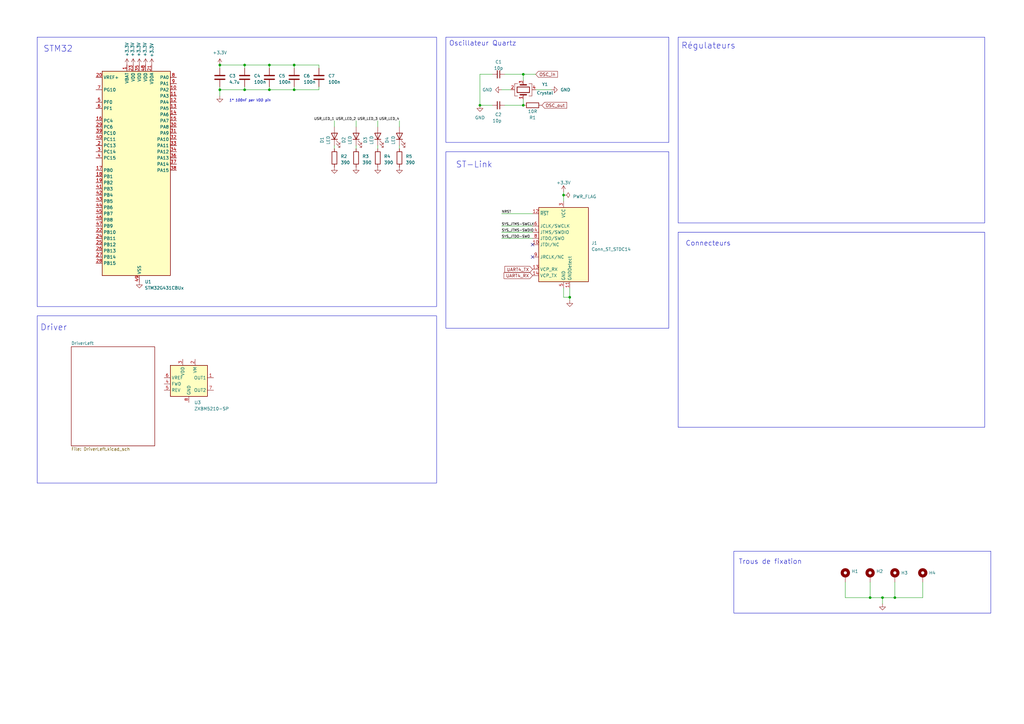
<source format=kicad_sch>
(kicad_sch (version 20231120) (generator "eeschema") (generator_version "8.0")
  (paper "A3")
  (lib_symbols
    (symbol "+3.3V_1" (power) (pin_numbers hide) (pin_names (offset 0) hide)
      (property "Value" "+3.3V" (at 0 3.556 0))
      (symbol "+3.3V_1_0_1"
        (polyline (pts (xy -0.762 1.27) (xy 0 2.54)))
        (polyline (pts (xy 0 0) (xy 0 2.54)))
        (polyline (pts (xy 0 2.54) (xy 0.762 1.27)))
      )
      (symbol "+3.3V_1_1_1"
        (pin power_in line (at 0 0 90) (length 0) (name "~") (number "1"))
      )
    )
    (symbol "Connector:Conn_ST_STDC14"
      (property "Reference" "J" (at -8.89 16.51 0))
      (property "Value" "Conn_ST_STDC14" (at 17.78 16.51 0))
      (symbol "Conn_ST_STDC14_0_1"
        (rectangle (start -10.16 15.24) (end 10.16 -15.24) (stroke (width 0.254)) (fill (type background)))
      )
      (symbol "Conn_ST_STDC14_1_1"
        (pin no_connect line (at -10.16 5.08 0) (length 2.54) hide (name "NC") (number "1"))
        (pin output line (at 12.7 0 180) (length 2.54) (name "JTDI/NC") (number "10"))
        (pin passive line (at -2.54 -17.78 90) (length 2.54) (name "GNDDetect") (number "11"))
        (pin open_collector line (at 12.7 12.7 180) (length 2.54) (name "~{RST}") (number "12"))
        (pin output line (at 12.7 -10.16 180) (length 2.54) (name "VCP_RX") (number "13"))
        (pin input line (at 12.7 -12.7 180) (length 2.54) (name "VCP_TX") (number "14"))
        (pin no_connect line (at -10.16 2.54 0) (length 2.54) hide (name "NC") (number "2"))
        (pin power_in line (at 0 17.78 270) (length 2.54) (name "VCC") (number "3"))
        (pin bidirectional line (at 12.7 5.08 180) (length 2.54) (name "JTMS/SWDIO") (number "4"))
        (pin power_in line (at 0 -17.78 90) (length 2.54) (name "GND") (number "5"))
        (pin output line (at 12.7 7.62 180) (length 2.54) (name "JCLK/SWCLK") (number "6"))
        (pin passive line (at 0 -17.78 90) (length 2.54) hide (name "GND") (number "7"))
        (pin input line (at 12.7 2.54 180) (length 2.54) (name "JTDO/SWO") (number "8"))
        (pin input line (at 12.7 -5.08 180) (length 2.54) (name "JRCLK/NC") (number "9"))
      )
    )
    (symbol "Device:C" (pin_numbers hide) (pin_names (offset 0.254))
      (property "Reference" "C" (at 0.635 2.54 0))
      (property "Value" "C" (at 0.635 -2.54 0))
      (symbol "C_0_1"
        (polyline (pts (xy -2.032 -0.762) (xy 2.032 -0.762)) (stroke (width 0.508)))
        (polyline (pts (xy -2.032 0.762) (xy 2.032 0.762)) (stroke (width 0.508)))
      )
      (symbol "C_1_1"
        (pin passive line (at 0 3.81 270) (length 2.794) (name "~") (number "1"))
        (pin passive line (at 0 -3.81 90) (length 2.794) (name "~") (number "2"))
      )
    )
    (symbol "Device:C_Small" (pin_numbers hide) (pin_names (offset 0.254) hide)
      (property "Reference" "C" (at 0.254 1.778 0))
      (property "Value" "C_Small" (at 0.254 -2.032 0))
      (symbol "C_Small_0_1"
        (polyline (pts (xy -1.524 -0.508) (xy 1.524 -0.508)) (stroke (width 0.3302)))
        (polyline (pts (xy -1.524 0.508) (xy 1.524 0.508)) (stroke (width 0.3048)))
      )
      (symbol "C_Small_1_1"
        (pin passive line (at 0 2.54 270) (length 2.032) (name "~") (number "1"))
        (pin passive line (at 0 -2.54 90) (length 2.032) (name "~") (number "2"))
      )
    )
    (symbol "Device:Crystal_GND24" (pin_names (offset 1.016) hide)
      (property "Reference" "Y" (at 3.175 5.08 0))
      (property "Value" "Crystal_GND24" (at 3.175 3.175 0))
      (symbol "Crystal_GND24_0_1"
        (rectangle (start -1.143 2.54) (end 1.143 -2.54) (stroke (width 0.3048)))
        (polyline (pts (xy -2.54 0) (xy -2.032 0)))
        (polyline (pts (xy -2.032 -1.27) (xy -2.032 1.27)) (stroke (width 0.508)))
        (polyline (pts (xy 0 -3.81) (xy 0 -3.556)))
        (polyline (pts (xy 0 3.556) (xy 0 3.81)))
        (polyline (pts (xy 2.032 -1.27) (xy 2.032 1.27)) (stroke (width 0.508)))
        (polyline (pts (xy 2.032 0) (xy 2.54 0)))
        (polyline (pts (xy -2.54 -2.286) (xy -2.54 -3.556) (xy 2.54 -3.556) (xy 2.54 -2.286)))
        (polyline (pts (xy -2.54 2.286) (xy -2.54 3.556) (xy 2.54 3.556) (xy 2.54 2.286)))
      )
      (symbol "Crystal_GND24_1_1"
        (pin passive line (at -3.81 0 0) (length 1.27) (name "1") (number "1"))
        (pin passive line (at 0 5.08 270) (length 1.27) (name "2") (number "2"))
        (pin passive line (at 3.81 0 180) (length 1.27) (name "3") (number "3"))
        (pin passive line (at 0 -5.08 90) (length 1.27) (name "4") (number "4"))
      )
    )
    (symbol "Device:LED" (pin_numbers hide) (pin_names (offset 1.016) hide)
      (property "Reference" "D" (at 0 2.54 0))
      (property "Value" "LED" (at 0 -2.54 0))
      (symbol "LED_0_1"
        (polyline (pts (xy -1.27 -1.27) (xy -1.27 1.27)) (stroke (width 0.254)))
        (polyline (pts (xy -1.27 0) (xy 1.27 0)))
        (polyline (pts (xy 1.27 -1.27) (xy 1.27 1.27) (xy -1.27 0) (xy 1.27 -1.27)) (stroke (width 0.254)))
        (polyline (pts (xy -3.048 -0.762) (xy -4.572 -2.286) (xy -3.81 -2.286) (xy -4.572 -2.286) (xy -4.572 -1.524)))
        (polyline (pts (xy -1.778 -0.762) (xy -3.302 -2.286) (xy -2.54 -2.286) (xy -3.302 -2.286) (xy -3.302 -1.524)))
      )
      (symbol "LED_1_1"
        (pin passive line (at -3.81 0 0) (length 2.54) (name "K") (number "1"))
        (pin passive line (at 3.81 0 180) (length 2.54) (name "A") (number "2"))
      )
    )
    (symbol "Device:R" (pin_numbers hide) (pin_names (offset 0))
      (property "Reference" "R" (at 2.032 0 90))
      (property "Value" "R" (at 0 0 90))
      (symbol "R_0_1"
        (rectangle (start -1.016 -2.54) (end 1.016 2.54) (stroke (width 0.254)))
      )
      (symbol "R_1_1"
        (pin passive line (at 0 3.81 270) (length 1.27) (name "~") (number "1"))
        (pin passive line (at 0 -3.81 90) (length 1.27) (name "~") (number "2"))
      )
    )
    (symbol "Driver_Motor:ZXBM5210-SP"
      (property "Reference" "U" (at -7.62 8.89 0))
      (property "Value" "ZXBM5210-SP" (at 10.16 8.89 0))
      (symbol "ZXBM5210-SP_0_0"
        (pin output line (at 10.16 2.54 180) (length 2.54) (name "OUT1") (number "1"))
        (pin power_in line (at 2.54 10.16 270) (length 2.54) (name "VM") (number "2"))
        (pin power_in line (at -2.54 10.16 270) (length 2.54) (name "VDD") (number "3"))
        (pin input line (at -10.16 0 0) (length 2.54) (name "FWD") (number "4"))
        (pin input line (at -10.16 -2.54 0) (length 2.54) (name "REV") (number "5"))
        (pin input line (at -10.16 2.54 0) (length 2.54) (name "VREF") (number "6"))
        (pin output line (at 10.16 -2.54 180) (length 2.54) (name "OUT2") (number "7"))
        (pin power_in line (at 0 -7.62 90) (length 2.54) (name "GND") (number "8"))
        (pin passive line (at 0 -7.62 90) (length 2.54) hide (name "GND") (number "9"))
      )
      (symbol "ZXBM5210-SP_0_1"
        (rectangle (start -7.62 7.62) (end 7.62 -5.08) (stroke (width 0.254)) (fill (type background)))
      )
    )
    (symbol "MCU_ST_STM32G4:STM32G431CBUx"
      (property "Reference" "U" (at -12.7 44.45 0))
      (property "Value" "STM32G431CBUx" (at 10.16 44.45 0))
      (symbol "STM32G431CBUx_0_1"
        (rectangle (start -12.7 -40.64) (end 15.24 43.18) (stroke (width 0.254)) (fill (type background)))
      )
      (symbol "STM32G431CBUx_1_1"
        (pin power_in line (at -2.54 45.72 270) (length 2.54) (name "VBAT") (number "1"))
        (pin bidirectional line (at 17.78 35.56 180) (length 2.54) (name "PA2") (number "10"))
        (pin bidirectional line (at 17.78 33.02 180) (length 2.54) (name "PA3") (number "11"))
        (pin bidirectional line (at 17.78 30.48 180) (length 2.54) (name "PA4") (number "12"))
        (pin bidirectional line (at 17.78 27.94 180) (length 2.54) (name "PA5") (number "13"))
        (pin bidirectional line (at 17.78 25.4 180) (length 2.54) (name "PA6") (number "14"))
        (pin bidirectional line (at 17.78 22.86 180) (length 2.54) (name "PA7") (number "15"))
        (pin bidirectional line (at -15.24 22.86 0) (length 2.54) (name "PC4") (number "16"))
        (pin bidirectional line (at -15.24 2.54 0) (length 2.54) (name "PB0") (number "17"))
        (pin bidirectional line (at -15.24 0 0) (length 2.54) (name "PB1") (number "18"))
        (pin bidirectional line (at -15.24 -2.54 0) (length 2.54) (name "PB2") (number "19"))
        (pin bidirectional line (at -15.24 12.7 0) (length 2.54) (name "PC13") (number "2"))
        (pin input line (at -15.24 40.64 0) (length 2.54) (name "VREF+") (number "20"))
        (pin power_in line (at 7.62 45.72 270) (length 2.54) (name "VDDA") (number "21"))
        (pin bidirectional line (at -15.24 -22.86 0) (length 2.54) (name "PB10") (number "22"))
        (pin power_in line (at 0 45.72 270) (length 2.54) (name "VDD") (number "23"))
        (pin bidirectional line (at -15.24 -25.4 0) (length 2.54) (name "PB11") (number "24"))
        (pin bidirectional line (at -15.24 -27.94 0) (length 2.54) (name "PB12") (number "25"))
        (pin bidirectional line (at -15.24 -30.48 0) (length 2.54) (name "PB13") (number "26"))
        (pin bidirectional line (at -15.24 -33.02 0) (length 2.54) (name "PB14") (number "27"))
        (pin bidirectional line (at -15.24 -35.56 0) (length 2.54) (name "PB15") (number "28"))
        (pin bidirectional line (at -15.24 20.32 0) (length 2.54) (name "PC6") (number "29"))
        (pin bidirectional line (at -15.24 10.16 0) (length 2.54) (name "PC14") (number "3"))
        (pin bidirectional line (at 17.78 20.32 180) (length 2.54) (name "PA8") (number "30"))
        (pin bidirectional line (at 17.78 17.78 180) (length 2.54) (name "PA9") (number "31"))
        (pin bidirectional line (at 17.78 15.24 180) (length 2.54) (name "PA10") (number "32"))
        (pin bidirectional line (at 17.78 12.7 180) (length 2.54) (name "PA11") (number "33"))
        (pin bidirectional line (at 17.78 10.16 180) (length 2.54) (name "PA12") (number "34"))
        (pin power_in line (at 2.54 45.72 270) (length 2.54) (name "VDD") (number "35"))
        (pin bidirectional line (at 17.78 7.62 180) (length 2.54) (name "PA13") (number "36"))
        (pin bidirectional line (at 17.78 5.08 180) (length 2.54) (name "PA14") (number "37"))
        (pin bidirectional line (at 17.78 2.54 180) (length 2.54) (name "PA15") (number "38"))
        (pin bidirectional line (at -15.24 17.78 0) (length 2.54) (name "PC10") (number "39"))
        (pin bidirectional line (at -15.24 7.62 0) (length 2.54) (name "PC15") (number "4"))
        (pin bidirectional line (at -15.24 15.24 0) (length 2.54) (name "PC11") (number "40"))
        (pin bidirectional line (at -15.24 -5.08 0) (length 2.54) (name "PB3") (number "41"))
        (pin bidirectional line (at -15.24 -7.62 0) (length 2.54) (name "PB4") (number "42"))
        (pin bidirectional line (at -15.24 -10.16 0) (length 2.54) (name "PB5") (number "43"))
        (pin bidirectional line (at -15.24 -12.7 0) (length 2.54) (name "PB6") (number "44"))
        (pin bidirectional line (at -15.24 -15.24 0) (length 2.54) (name "PB7") (number "45"))
        (pin bidirectional line (at -15.24 -17.78 0) (length 2.54) (name "PB8") (number "46"))
        (pin bidirectional line (at -15.24 -20.32 0) (length 2.54) (name "PB9") (number "47"))
        (pin power_in line (at 5.08 45.72 270) (length 2.54) (name "VDD") (number "48"))
        (pin power_in line (at 2.54 -43.18 90) (length 2.54) (name "VSS") (number "49"))
        (pin bidirectional line (at -15.24 30.48 0) (length 2.54) (name "PF0") (number "5"))
        (pin bidirectional line (at -15.24 27.94 0) (length 2.54) (name "PF1") (number "6"))
        (pin bidirectional line (at -15.24 35.56 0) (length 2.54) (name "PG10") (number "7"))
        (pin bidirectional line (at 17.78 40.64 180) (length 2.54) (name "PA0") (number "8"))
        (pin bidirectional line (at 17.78 38.1 180) (length 2.54) (name "PA1") (number "9"))
      )
    )
    (symbol "Mechanical:MountingHole_Pad" (pin_numbers hide) (pin_names (offset 1.016) hide)
      (property "Reference" "H" (at 0 6.35 0))
      (property "Value" "MountingHole_Pad" (at 0 4.445 0))
      (symbol "MountingHole_Pad_0_1"
        (circle (center 0 1.27) (radius 1.27) (stroke (width 1.27)))
      )
      (symbol "MountingHole_Pad_1_1"
        (pin input line (at 0 -2.54 90) (length 2.54) (name "1") (number "1"))
      )
    )
    (symbol "power:+3.3V" (power) (pin_names (offset 0))
      (property "Value" "+3.3V" (at 0 3.556 0))
      (symbol "+3.3V_0_1"
        (polyline (pts (xy -0.762 1.27) (xy 0 2.54)))
        (polyline (pts (xy 0 0) (xy 0 2.54)))
        (polyline (pts (xy 0 2.54) (xy 0.762 1.27)))
      )
      (symbol "+3.3V_1_1"
        (pin power_in line (at 0 0 90) (length 0) hide (name "+3.3V") (number "1"))
      )
    )
    (symbol "power:GND" (power) (pin_names (offset 0))
      (property "Value" "GND" (at 0 -3.81 0))
      (symbol "GND_0_1"
        (polyline (pts (xy 0 0) (xy 0 -1.27) (xy 1.27 -1.27) (xy 0 -2.54) (xy -1.27 -1.27) (xy 0 -1.27)))
      )
      (symbol "GND_1_1"
        (pin power_in line (at 0 0 270) (length 0) hide (name "GND") (number "1"))
      )
    )
    (symbol "power:PWR_FLAG" (power) (pin_numbers hide) (pin_names (offset 0) hide)
      (property "Value" "PWR_FLAG" (at 0 3.81 0))
      (symbol "PWR_FLAG_0_0"
        (pin power_out line (at 0 0 90) (length 0) (name "pwr") (number "1"))
      )
      (symbol "PWR_FLAG_0_1"
        (polyline (pts (xy 0 0) (xy 0 1.27) (xy -1.016 1.905) (xy 0 2.54) (xy 1.016 1.905) (xy 0 1.27)))
      )
    )
  )
  (junction (at 110.49 26.67))
  (junction (at 361.95 245.11))
  (junction (at 214.63 30.48))
  (junction (at 196.85 43.18))
  (junction (at 214.63 43.18))
  (junction (at 90.17 36.83))
  (junction (at 233.68 121.92))
  (junction (at 231.14 80.01))
  (junction (at 110.49 36.83))
  (junction (at 100.33 36.83))
  (junction (at 367.03 245.11))
  (junction (at 120.65 36.83))
  (junction (at 100.33 26.67))
  (junction (at 90.17 26.67))
  (junction (at 120.65 26.67))
  (junction (at 356.87 245.11))
  (no_connect (at 218.44 105.41))
  (no_connect (at 218.44 100.33))
  (wire (pts (xy 146.05 52.07) (xy 146.05 49.53)))
  (wire (pts (xy 130.81 27.94) (xy 130.81 26.67)))
  (wire (pts (xy 196.85 30.48) (xy 196.85 43.18)))
  (wire (pts (xy 154.94 52.07) (xy 154.94 49.53)))
  (wire (pts (xy 130.81 35.56) (xy 130.81 36.83)))
  (wire (pts (xy 219.71 36.83) (xy 226.06 36.83)))
  (wire (pts (xy 231.14 121.92) (xy 233.68 121.92)))
  (wire (pts (xy 233.68 123.19) (xy 233.68 121.92)))
  (wire (pts (xy 201.93 30.48) (xy 196.85 30.48)))
  (wire (pts (xy 137.16 59.69) (xy 137.16 60.96)))
  (wire (pts (xy 207.01 30.48) (xy 214.63 30.48)))
  (wire (pts (xy 356.87 245.11) (xy 361.95 245.11)))
  (wire (pts (xy 346.71 245.11) (xy 356.87 245.11)))
  (wire (pts (xy 120.65 35.56) (xy 120.65 36.83)))
  (wire (pts (xy 110.49 36.83) (xy 110.49 35.56)))
  (wire (pts (xy 356.87 238.76) (xy 356.87 245.11)))
  (wire (pts (xy 205.74 87.63) (xy 218.44 87.63)))
  (wire (pts (xy 214.63 30.48) (xy 219.71 30.48)))
  (wire (pts (xy 120.65 36.83) (xy 130.81 36.83)))
  (wire (pts (xy 100.33 26.67) (xy 100.33 27.94)))
  (wire (pts (xy 100.33 36.83) (xy 110.49 36.83)))
  (wire (pts (xy 90.17 26.67) (xy 90.17 27.94)))
  (wire (pts (xy 196.85 43.18) (xy 201.93 43.18)))
  (wire (pts (xy 90.17 36.83) (xy 100.33 36.83)))
  (wire (pts (xy 100.33 26.67) (xy 110.49 26.67)))
  (wire (pts (xy 110.49 26.67) (xy 110.49 27.94)))
  (wire (pts (xy 100.33 36.83) (xy 100.33 35.56)))
  (wire (pts (xy 214.63 40.64) (xy 214.63 43.18)))
  (wire (pts (xy 90.17 26.67) (xy 100.33 26.67)))
  (wire (pts (xy 378.46 238.76) (xy 378.46 245.11)))
  (wire (pts (xy 231.14 78.74) (xy 231.14 80.01)))
  (wire (pts (xy 214.63 43.18) (xy 207.01 43.18)))
  (wire (pts (xy 205.74 36.83) (xy 209.55 36.83)))
  (wire (pts (xy 214.63 30.48) (xy 214.63 33.02)))
  (wire (pts (xy 233.68 118.11) (xy 233.68 121.92)))
  (wire (pts (xy 367.03 245.11) (xy 361.95 245.11)))
  (wire (pts (xy 163.83 52.07) (xy 163.83 49.53)))
  (wire (pts (xy 163.83 59.69) (xy 163.83 60.96)))
  (wire (pts (xy 361.95 247.65) (xy 361.95 245.11)))
  (wire (pts (xy 120.65 27.94) (xy 120.65 26.67)))
  (wire (pts (xy 120.65 26.67) (xy 130.81 26.67)))
  (wire (pts (xy 120.65 26.67) (xy 110.49 26.67)))
  (wire (pts (xy 205.74 97.79) (xy 218.44 97.79)))
  (wire (pts (xy 367.03 238.76) (xy 367.03 245.11)))
  (wire (pts (xy 231.14 118.11) (xy 231.14 121.92)))
  (wire (pts (xy 110.49 36.83) (xy 120.65 36.83)))
  (wire (pts (xy 90.17 36.83) (xy 90.17 39.37)))
  (wire (pts (xy 137.16 52.07) (xy 137.16 49.53)))
  (wire (pts (xy 146.05 59.69) (xy 146.05 60.96)))
  (wire (pts (xy 205.74 95.25) (xy 218.44 95.25)))
  (wire (pts (xy 205.74 92.71) (xy 218.44 92.71)))
  (wire (pts (xy 346.71 238.76) (xy 346.71 245.11)))
  (wire (pts (xy 378.46 245.11) (xy 367.03 245.11)))
  (wire (pts (xy 90.17 36.83) (xy 90.17 35.56)))
  (wire (pts (xy 231.14 80.01) (xy 231.14 82.55)))
  (wire (pts (xy 154.94 59.69) (xy 154.94 60.96)))
  (rectangle (start 182.88 15.24) (end 274.32 58.42))
  (rectangle (start 15.24 129.54) (end 179.07 198.12))
  (rectangle (start 278.13 15.24) (end 403.86 91.44))
  (rectangle (start 278.13 95.25) (end 403.86 175.26))
  (rectangle (start 15.24 15.24) (end 179.07 125.73))
  (rectangle (start 300.99 226.06) (end 406.4 251.46))
  (rectangle (start 182.88 62.23) (end 274.32 134.62))
  (text "1* 100nF per VDD pin" (at 93.98 41.91 0) (effects (font (size 1 1) (italic yes)) (justify left bottom)))
  (text "STM32" (at 17.78 21.59 0) (effects (font (size 2.5 2.5)) (justify left bottom)))
  (text "Connecteurs" (at 281.178 101.092 0) (effects (font (size 2 2)) (justify left bottom)))
  (text "Trous de fixation" (at 328.93 231.648 0) (effects (font (size 2 2)) (justify right bottom)))
  (text "Driver\n" (at 16.51 135.89 0) (effects (font (size 2.5 2.5)) (justify left bottom)))
  (text "ST-Link\n" (at 186.944 69.088 0) (effects (font (size 2.5 2.5)) (justify left bottom)))
  (text "Oscillateur Quartz" (at 184.15 19.05 0) (effects (font (size 2 2)) (justify left bottom)))
  (text "Régulateurs" (at 279.4 20.32 0) (effects (font (size 2.5 2.5)) (justify left bottom)))
  (label "SYS_JTMS-SWDIO" (at 205.74 95.25 0) (effects (font (size 1 1))))
  (label "SYS_JTDO-SWO" (at 205.74 97.79 0) (effects (font (size 1 1))))
  (label "SYS_JTMS-SWCLK" (at 205.74 92.71 0) (effects (font (size 1 1))))
  (label "USR_LED_2" (at 146.05 49.53 180) (effects (font (size 1 1))))
  (label "NRST" (at 205.74 87.63 0) (effects (font (size 1 1))))
  (label "USR_LED_1" (at 137.16 49.53 180) (effects (font (size 1 1))))
  (label "USR_LED_4" (at 163.83 49.53 180) (effects (font (size 1 1))))
  (label "USR_LED_3" (at 154.94 49.53 180) (effects (font (size 1 1))))
  (global_label "OSC_out" (shape input) (at 222.25 43.18 0) (property "Intersheetrefs" "${INTERSHEET_REFS}" (effects (hide yes))))
  (global_label "UART4_RX" (shape input) (at 218.44 113.03 180) (property "Intersheetrefs" "${INTERSHEET_REFS}" (effects (hide yes))))
  (global_label "UART4_TX" (shape input) (at 218.44 110.49 180) (property "Intersheetrefs" "${INTERSHEET_REFS}" (effects (hide yes))))
  (global_label "OSC_in" (shape input) (at 219.71 30.48 0) (property "Intersheetrefs" "${INTERSHEET_REFS}" (effects (hide yes))))
  (symbol (lib_id "Driver_Motor:ZXBM5210-SP") (at 77.47 157.48 0) (unit 1)
    (property "Reference" "U3" (at 79.6641 165.1 0) (effects (justify left)))
    (property "Value" "ZXBM5210-SP" (at 79.6641 167.64 0) (effects (justify left)))
    (property "Footprint" "Package_SO:Diodes_SO-8EP" (effects (hide yes)))
    (property "Datasheet" "https://www.diodes.com/assets/Datasheets/ZXBM5210.pdf" (effects (hide yes)))
    (property "Description" "Reversible DC motor drive with speed control, 3-18V, 0.85A, SOIC-8EP" (effects (hide yes)))
  )
  (symbol (lib_id "Device:C") (at 110.49 31.75 0) (unit 1)
    (property "Reference" "C5" (at 114.3 31.115 0) (effects (justify left)))
    (property "Value" "100n" (at 114.3 33.655 0) (effects (justify left)))
    (property "Footprint" "Capacitor_SMD:C_0402_1005Metric" (effects (hide yes)))
  )
  (symbol (lib_id "power:GND") (at 163.83 68.58 0) (unit 1)
    (property "Reference" "#PWR018" (effects (hide yes)))
    (property "Value" "GND" (effects (hide yes)))
  )
  (symbol (lib_id "Device:LED") (at 154.94 55.88 90) (unit 1)
    (property "Reference" "D3" (at 149.86 57.4675 0))
    (property "Value" "LED" (at 152.4 57.4675 0))
    (property "Footprint" "LED_SMD:LED_0603_1608Metric" (effects (hide yes)))
  )
  (symbol (lib_id "MCU_ST_STM32G4:STM32G431CBUx") (at 54.61 72.39 0) (unit 1)
    (property "Reference" "U1" (at 59.3441 115.57 0) (effects (justify left)))
    (property "Value" "STM32G431CBUx" (at 59.3441 118.11 0) (effects (justify left)))
    (property "Footprint" "Package_DFN_QFN:QFN-48-1EP_7x7mm_P0.5mm_EP5.6x5.6mm" (effects (hide yes)))
    (property "Datasheet" "https://www.st.com/resource/en/datasheet/stm32g431cb.pdf" (effects (hide yes)))
    (property "Description" "STMicroelectronics Arm Cortex-M4 MCU, 128KB flash, 32KB RAM, 170 MHz, 1.71-3.6V, 42 GPIO, UFQFPN48" (effects (hide yes)))
  )
  (symbol (lib_id "Device:C") (at 90.17 31.75 0) (unit 1)
    (property "Reference" "C3" (at 93.98 31.115 0) (effects (justify left)))
    (property "Value" "4.7u" (at 93.98 33.655 0) (effects (justify left)))
    (property "Footprint" "Capacitor_SMD:C_0402_1005Metric" (effects (hide yes)))
  )
  (symbol (lib_id "power:GND") (at 226.06 36.83 90) (unit 1)
    (property "Reference" "#PWR03" (effects (hide yes)))
    (property "Value" "GND" (at 229.87 36.83 90) (effects (justify right)))
  )
  (symbol (lib_id "Device:R") (at 137.16 64.77 0) (unit 1)
    (property "Reference" "R2" (at 139.7 64.135 0) (effects (justify left)))
    (property "Value" "390" (at 139.7 66.675 0) (effects (justify left)))
    (property "Footprint" "Resistor_SMD:R_0402_1005Metric" (effects (hide yes)))
  )
  (symbol (lib_id "power:GND") (at 233.68 123.19 0) (unit 1)
    (property "Reference" "#PWR06" (effects (hide yes)))
    (property "Value" "GND" (effects (hide yes)))
  )
  (symbol (lib_id "Mechanical:MountingHole_Pad") (at 367.03 236.22 0) (unit 1)
    (property "Reference" "H3" (at 369.57 234.95 0) (effects (justify left)))
    (property "Value" "MountingHole_Pad" (effects (hide yes)))
    (property "Footprint" "MountingHole:MountingHole_3.2mm_M3_Pad_Via" (effects (hide yes)))
  )
  (symbol (lib_id "power:GND") (at 137.16 68.58 0) (unit 1)
    (property "Reference" "#PWR015" (effects (hide yes)))
    (property "Value" "GND" (effects (hide yes)))
  )
  (symbol (lib_name "+3.3V_1") (lib_id "power:+3.3V") (at 62.23 26.67 0) (unit 1)
    (property "Reference" "#PWR013" (effects (hide yes)))
    (property "Value" "+3.3V" (at 62.23 20.574 90))
    (property "Description" "Power symbol creates a global label with name \"+3.3V\"" (effects (hide yes)))
  )
  (symbol (lib_id "Mechanical:MountingHole_Pad") (at 346.71 236.22 0) (unit 1)
    (property "Reference" "H1" (at 349.25 234.315 0) (effects (justify left)))
    (property "Value" "MountingHole_Pad" (effects (hide yes)))
    (property "Footprint" "MountingHole:MountingHole_3.2mm_M3_Pad_Via" (effects (hide yes)))
  )
  (symbol (lib_name "+3.3V_1") (lib_id "power:+3.3V") (at 59.69 26.67 0) (unit 1)
    (property "Reference" "#PWR012" (effects (hide yes)))
    (property "Value" "+3.3V" (at 59.436 20.32 90))
    (property "Description" "Power symbol creates a global label with name \"+3.3V\"" (effects (hide yes)))
  )
  (symbol (lib_id "power:GND") (at 146.05 68.58 0) (unit 1)
    (property "Reference" "#PWR016" (effects (hide yes)))
    (property "Value" "GND" (effects (hide yes)))
  )
  (symbol (lib_id "Connector:Conn_ST_STDC14") (at 231.14 100.33 0) (mirror y) (unit 1)
    (property "Reference" "J1" (at 242.57 99.695 0) (effects (justify right)))
    (property "Value" "Conn_ST_STDC14" (at 242.57 102.235 0) (effects (justify right)))
    (property "Footprint" "Connector_PinHeader_1.27mm:PinHeader_2x07_P1.27mm_Vertical_SMD" (effects (hide yes)))
    (property "Datasheet" "https://www.st.com/content/ccc/resource/technical/document/user_manual/group1/99/49/91/b6/b2/3a/46/e5/DM00526767/files/DM00526767.pdf/jcr:content/translations/en.DM00526767.pdf" (effects (hide yes)))
  )
  (symbol (lib_id "Device:C_Small") (at 204.47 30.48 270) (unit 1)
    (property "Reference" "C1" (at 204.4636 25.4 90))
    (property "Value" "10p" (at 204.4636 27.94 90))
    (property "Footprint" "Capacitor_SMD:C_0402_1005Metric" (effects (hide yes)))
  )
  (symbol (lib_name "+3.3V_1") (lib_id "power:+3.3V") (at 52.07 26.67 0) (unit 1)
    (property "Reference" "#PWR09" (effects (hide yes)))
    (property "Value" "+3.3V" (at 52.07 20.32 90))
    (property "Description" "Power symbol creates a global label with name \"+3.3V\"" (effects (hide yes)))
  )
  (symbol (lib_id "power:+3.3V") (at 90.17 26.67 0) (unit 1)
    (property "Reference" "#PWR07" (effects (hide yes)))
    (property "Value" "+3.3V" (at 90.17 21.59 0))
  )
  (symbol (lib_id "Mechanical:MountingHole_Pad") (at 378.46 236.22 0) (unit 1)
    (property "Reference" "H4" (at 381 234.95 0) (effects (justify left)))
    (property "Value" "MountingHole_Pad" (effects (hide yes)))
    (property "Footprint" "MountingHole:MountingHole_3.2mm_M3_Pad_Via" (effects (hide yes)))
  )
  (symbol (lib_id "power:GND") (at 196.85 43.18 0) (unit 1)
    (property "Reference" "#PWR01" (effects (hide yes)))
    (property "Value" "GND" (at 196.85 48.26 0))
  )
  (symbol (lib_id "Device:LED") (at 163.83 55.88 90) (unit 1)
    (property "Reference" "D4" (at 158.75 57.4675 0))
    (property "Value" "LED" (at 161.29 57.4675 0))
    (property "Footprint" "LED_SMD:LED_0603_1608Metric" (effects (hide yes)))
  )
  (symbol (lib_id "power:GND") (at 154.94 68.58 0) (unit 1)
    (property "Reference" "#PWR017" (effects (hide yes)))
    (property "Value" "GND" (effects (hide yes)))
  )
  (symbol (lib_id "Device:LED") (at 146.05 55.88 90) (unit 1)
    (property "Reference" "D2" (at 140.97 57.4675 0))
    (property "Value" "LED" (at 143.51 57.4675 0))
    (property "Footprint" "LED_SMD:LED_0603_1608Metric" (effects (hide yes)))
  )
  (symbol (lib_id "Device:R") (at 163.83 64.77 0) (unit 1)
    (property "Reference" "R5" (at 166.37 64.135 0) (effects (justify left)))
    (property "Value" "390" (at 166.37 66.675 0) (effects (justify left)))
    (property "Footprint" "Resistor_SMD:R_0402_1005Metric" (effects (hide yes)))
  )
  (symbol (lib_id "Device:R") (at 154.94 64.77 0) (unit 1)
    (property "Reference" "R4" (at 157.48 64.135 0) (effects (justify left)))
    (property "Value" "390" (at 157.48 66.675 0) (effects (justify left)))
    (property "Footprint" "Resistor_SMD:R_0402_1005Metric" (effects (hide yes)))
  )
  (symbol (lib_id "Device:R") (at 218.44 43.18 90) (unit 1)
    (property "Reference" "R1" (at 218.44 48.26 90))
    (property "Value" "10R" (at 218.44 45.72 90))
    (property "Footprint" "Resistor_SMD:R_0402_1005Metric" (effects (hide yes)))
  )
  (symbol (lib_id "power:GND") (at 361.95 247.65 0) (unit 1)
    (property "Reference" "#PWR04" (effects (hide yes)))
    (property "Value" "GND" (effects (hide yes)))
  )
  (symbol (lib_id "power:PWR_FLAG") (at 231.14 80.01 270) (unit 1)
    (property "Reference" "#FLG01" (effects (hide yes)))
    (property "Value" "PWR_FLAG" (at 234.95 80.645 90) (effects (justify left)))
  )
  (symbol (lib_id "Device:LED") (at 137.16 55.88 90) (unit 1)
    (property "Reference" "D1" (at 132.08 57.4675 0))
    (property "Value" "LED" (at 134.62 57.4675 0))
    (property "Footprint" "LED_SMD:LED_0603_1608Metric" (effects (hide yes)))
  )
  (symbol (lib_id "Device:R") (at 146.05 64.77 0) (unit 1)
    (property "Reference" "R3" (at 148.59 64.135 0) (effects (justify left)))
    (property "Value" "390" (at 148.59 66.675 0) (effects (justify left)))
    (property "Footprint" "Resistor_SMD:R_0402_1005Metric" (effects (hide yes)))
  )
  (symbol (lib_name "+3.3V_1") (lib_id "power:+3.3V") (at 54.61 26.67 0) (unit 1)
    (property "Reference" "#PWR010" (effects (hide yes)))
    (property "Value" "+3.3V" (at 54.356 20.32 90))
    (property "Description" "Power symbol creates a global label with name \"+3.3V\"" (effects (hide yes)))
  )
  (symbol (lib_id "power:GND") (at 205.74 36.83 270) (unit 1)
    (property "Reference" "#PWR02" (effects (hide yes)))
    (property "Value" "GND" (at 201.93 36.83 90) (effects (justify right)))
  )
  (symbol (lib_name "+3.3V_1") (lib_id "power:+3.3V") (at 57.15 26.67 0) (unit 1)
    (property "Reference" "#PWR011" (effects (hide yes)))
    (property "Value" "+3.3V" (at 56.896 20.32 90))
    (property "Description" "Power symbol creates a global label with name \"+3.3V\"" (effects (hide yes)))
  )
  (symbol (lib_id "Device:Crystal_GND24") (at 214.63 36.83 90) (unit 1)
    (property "Reference" "Y1" (at 223.52 34.6141 90))
    (property "Value" "Crystal" (at 223.52 38.1 90))
    (property "Footprint" "Crystal:Crystal_SMD_EuroQuartz_MT-4Pin_3.2x2.5mm" (effects (hide yes)))
    (property "Fab" "farnell : 2853935" (effects (hide yes)))
  )
  (symbol (lib_id "Device:C") (at 120.65 31.75 0) (unit 1)
    (property "Reference" "C6" (at 124.46 31.115 0) (effects (justify left)))
    (property "Value" "100n" (at 124.46 33.655 0) (effects (justify left)))
    (property "Footprint" "Capacitor_SMD:C_0402_1005Metric" (effects (hide yes)))
  )
  (symbol (lib_id "Device:C_Small") (at 204.47 43.18 270) (unit 1)
    (property "Reference" "C2" (at 205.74 46.99 90) (effects (justify right)))
    (property "Value" "10p" (at 205.74 49.53 90) (effects (justify right)))
    (property "Footprint" "Capacitor_SMD:C_0402_1005Metric" (effects (hide yes)))
  )
  (symbol (lib_id "Device:C") (at 130.81 31.75 0) (unit 1)
    (property "Reference" "C7" (at 134.62 31.115 0) (effects (justify left)))
    (property "Value" "100n" (at 134.62 33.655 0) (effects (justify left)))
    (property "Footprint" "Capacitor_SMD:C_0402_1005Metric" (effects (hide yes)))
  )
  (symbol (lib_id "power:+3.3V") (at 231.14 78.74 0) (unit 1)
    (property "Reference" "#PWR05" (effects (hide yes)))
    (property "Value" "+3.3V" (at 231.14 74.93 0))
  )
  (symbol (lib_id "Device:C") (at 100.33 31.75 0) (unit 1)
    (property "Reference" "C4" (at 104.14 31.115 0) (effects (justify left)))
    (property "Value" "100n" (at 104.14 33.655 0) (effects (justify left)))
    (property "Footprint" "Capacitor_SMD:C_0402_1005Metric" (effects (hide yes)))
  )
  (symbol (lib_id "power:GND") (at 90.17 39.37 0) (unit 1)
    (property "Reference" "#PWR08" (effects (hide yes)))
    (property "Value" "GND" (effects (hide yes)))
  )
  (symbol (lib_id "power:GND") (at 57.15 115.57 0) (unit 1)
    (property "Reference" "#PWR014" (effects (hide yes)))
    (property "Value" "GND" (effects (hide yes)))
  )
  (symbol (lib_id "Mechanical:MountingHole_Pad") (at 356.87 236.22 0) (unit 1)
    (property "Reference" "H2" (at 359.41 234.315 0) (effects (justify left)))
    (property "Value" "MountingHole_Pad" (effects (hide yes)))
    (property "Footprint" "MountingHole:MountingHole_3.2mm_M3_Pad_Via" (effects (hide yes)))
  )
  (sheet (at 29.21 142.24) (size 34.29 40.64) (stroke (width 0.1524))
    (property "Sheetname" "DriverLeft" (at 29.21 141.5284 0) (effects (justify left bottom)))
    (property "Sheetfile" "DriverLeft.kicad_sch" (at 29.21 183.4646 0) (effects (justify left top)))
  )
)
</source>
